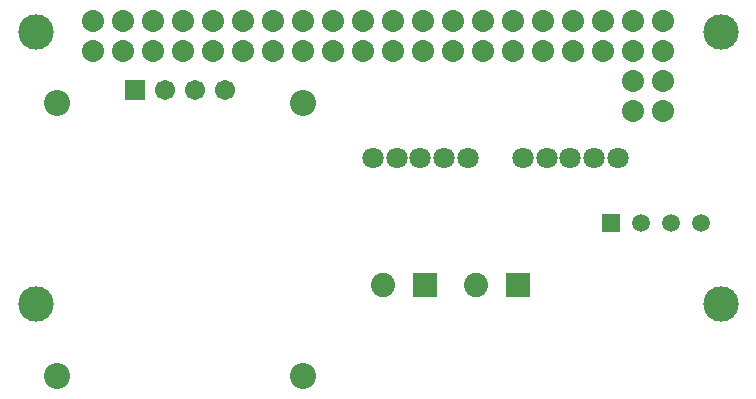
<source format=gbr>
G04 EAGLE Gerber RS-274X export*
G75*
%MOMM*%
%FSLAX34Y34*%
%LPD*%
%INSoldermask Bottom*%
%IPPOS*%
%AMOC8*
5,1,8,0,0,1.08239X$1,22.5*%
G01*
%ADD10R,1.711200X1.711200*%
%ADD11C,1.711200*%
%ADD12C,2.203200*%
%ADD13C,1.868200*%
%ADD14C,3.003200*%
%ADD15R,1.511200X1.511200*%
%ADD16C,1.511200*%
%ADD17R,2.053200X2.053200*%
%ADD18C,2.053200*%
%ADD19C,1.803200*%


D10*
X648970Y487680D03*
D11*
X674370Y487680D03*
X699770Y487680D03*
X725170Y487680D03*
D12*
X582930Y476250D03*
X791210Y476250D03*
X791210Y245110D03*
X582930Y245110D03*
D13*
X613320Y520840D03*
X613320Y546240D03*
X638720Y520840D03*
X638720Y546240D03*
X664120Y520840D03*
X664120Y546240D03*
X689520Y520840D03*
X689520Y546240D03*
X714920Y520840D03*
X714920Y546240D03*
X740320Y520840D03*
X740320Y546240D03*
X765720Y520840D03*
X765720Y546240D03*
X791120Y520840D03*
X791120Y546240D03*
X816520Y520840D03*
X816520Y546240D03*
X841920Y520840D03*
X841920Y546240D03*
X867320Y520840D03*
X867320Y546240D03*
X892720Y520840D03*
X892720Y546240D03*
X918120Y520840D03*
X918120Y546240D03*
X943520Y520840D03*
X943520Y546240D03*
X968920Y520840D03*
X968920Y546240D03*
X994320Y520840D03*
X994320Y546240D03*
X1019720Y520840D03*
X1019720Y546240D03*
X1045120Y520840D03*
X1045120Y546240D03*
X1070520Y520840D03*
X1070520Y546240D03*
X1095920Y520840D03*
X1095920Y546240D03*
X1095920Y495440D03*
X1070520Y495440D03*
X1070520Y470040D03*
X1095920Y470040D03*
D14*
X564620Y536640D03*
X564620Y306640D03*
X1144620Y306640D03*
X1144620Y536640D03*
D15*
X1051560Y374650D03*
D16*
X1076960Y374650D03*
X1102360Y374650D03*
X1127760Y374650D03*
D17*
X893800Y322580D03*
D18*
X858800Y322580D03*
D17*
X972540Y322580D03*
D18*
X937540Y322580D03*
D19*
X850270Y429790D03*
X870270Y429790D03*
X890270Y429790D03*
X910270Y429790D03*
X930270Y429790D03*
X977270Y429790D03*
X997270Y429790D03*
X1017270Y429790D03*
X1037270Y429790D03*
X1057270Y429790D03*
M02*

</source>
